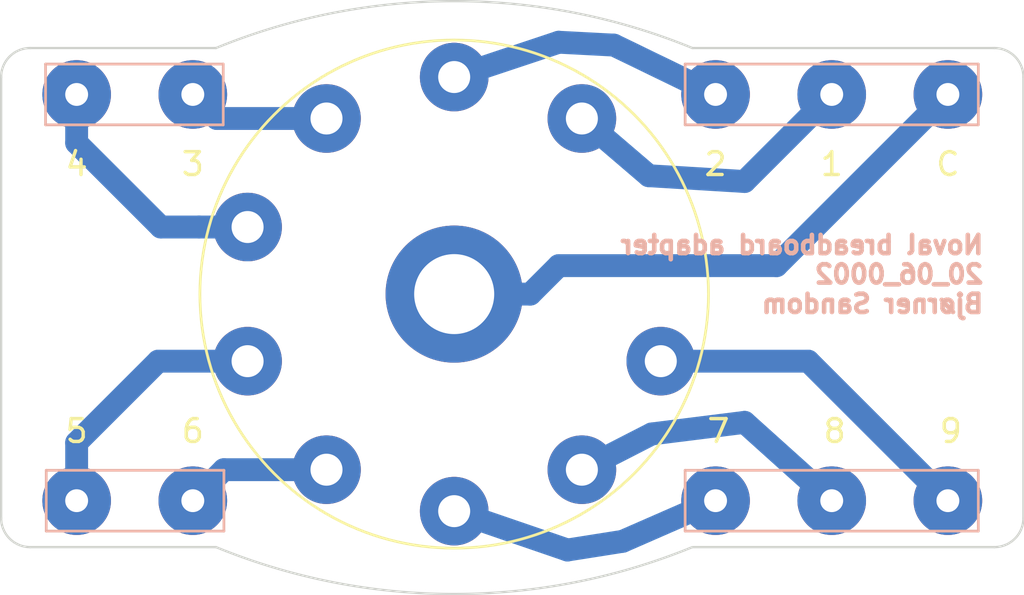
<source format=kicad_pcb>
(kicad_pcb (version 20171130) (host pcbnew "(5.1.5)-3")

  (general
    (thickness 1.6)
    (drawings 23)
    (tracks 29)
    (zones 0)
    (modules 5)
    (nets 11)
  )

  (page A4)
  (layers
    (0 F.Cu signal)
    (31 B.Cu signal)
    (32 B.Adhes user)
    (33 F.Adhes user)
    (34 B.Paste user)
    (35 F.Paste user)
    (36 B.SilkS user)
    (37 F.SilkS user)
    (38 B.Mask user)
    (39 F.Mask user)
    (40 Dwgs.User user)
    (41 Cmts.User user)
    (42 Eco1.User user)
    (43 Eco2.User user)
    (44 Edge.Cuts user)
    (45 Margin user)
    (46 B.CrtYd user)
    (47 F.CrtYd user)
    (48 B.Fab user)
    (49 F.Fab user)
  )

  (setup
    (last_trace_width 0.25)
    (trace_clearance 0.2)
    (zone_clearance 0.508)
    (zone_45_only no)
    (trace_min 0.2)
    (via_size 0.8)
    (via_drill 0.4)
    (via_min_size 0.4)
    (via_min_drill 0.3)
    (uvia_size 0.3)
    (uvia_drill 0.1)
    (uvias_allowed no)
    (uvia_min_size 0.2)
    (uvia_min_drill 0.1)
    (edge_width 0.1)
    (segment_width 0.2)
    (pcb_text_width 0.3)
    (pcb_text_size 1.5 1.5)
    (mod_edge_width 0.15)
    (mod_text_size 1 1)
    (mod_text_width 0.15)
    (pad_size 6 6)
    (pad_drill 3.5)
    (pad_to_mask_clearance 0)
    (aux_axis_origin 0 0)
    (visible_elements 7FFFFFFF)
    (pcbplotparams
      (layerselection 0x010fc_ffffffff)
      (usegerberextensions false)
      (usegerberattributes false)
      (usegerberadvancedattributes false)
      (creategerberjobfile false)
      (excludeedgelayer true)
      (linewidth 0.100000)
      (plotframeref false)
      (viasonmask false)
      (mode 1)
      (useauxorigin false)
      (hpglpennumber 1)
      (hpglpenspeed 20)
      (hpglpendiameter 15.000000)
      (psnegative false)
      (psa4output false)
      (plotreference true)
      (plotvalue true)
      (plotinvisibletext false)
      (padsonsilk false)
      (subtractmaskfromsilk false)
      (outputformat 1)
      (mirror false)
      (drillshape 1)
      (scaleselection 1)
      (outputdirectory ""))
  )

  (net 0 "")
  (net 1 "Net-(J1-Pad3)")
  (net 2 "Net-(J1-Pad2)")
  (net 3 "Net-(J1-Pad1)")
  (net 4 "Net-(J2-Pad2)")
  (net 5 "Net-(J2-Pad1)")
  (net 6 "Net-(J3-Pad1)")
  (net 7 "Net-(J3-Pad2)")
  (net 8 "Net-(J4-Pad1)")
  (net 9 "Net-(J4-Pad2)")
  (net 10 "Net-(J4-Pad3)")

  (net_class Default "This is the default net class."
    (clearance 0.2)
    (trace_width 0.25)
    (via_dia 0.8)
    (via_drill 0.4)
    (uvia_dia 0.3)
    (uvia_drill 0.1)
    (add_net "Net-(J1-Pad1)")
    (add_net "Net-(J1-Pad2)")
    (add_net "Net-(J1-Pad3)")
    (add_net "Net-(J2-Pad1)")
    (add_net "Net-(J2-Pad2)")
    (add_net "Net-(J3-Pad1)")
    (add_net "Net-(J3-Pad2)")
    (add_net "Net-(J4-Pad1)")
    (add_net "Net-(J4-Pad2)")
    (add_net "Net-(J4-Pad3)")
  )

  (module myDevices:PinHeader_1x03_P5.08mm_Vertical (layer B.Cu) (tedit 5E39C537) (tstamp 5E39D93D)
    (at 177.546 131.826 90)
    (path /5E39DBFE)
    (fp_text reference J1 (at 0 2.33 270) (layer B.SilkS) hide
      (effects (font (size 1 1) (thickness 0.15)) (justify mirror))
    )
    (fp_text value Conn_01x03_Male (at 0 -12.49 270) (layer B.Fab) hide
      (effects (font (size 1 1) (thickness 0.15)) (justify mirror))
    )
    (fp_line (start -1.26 1.27) (end 1.27 1.27) (layer B.Fab) (width 0.1))
    (fp_line (start 1.27 1.27) (end 1.27 -11.43) (layer B.Fab) (width 0.1))
    (fp_line (start 1.27 -11.43) (end -1.27 -11.43) (layer B.Fab) (width 0.1))
    (fp_line (start -1.27 -11.43) (end -1.26 1.26) (layer B.Fab) (width 0.1))
    (fp_line (start -1.27 0.635) (end -0.635 1.27) (layer B.Fab) (width 0.1))
    (fp_line (start -1.33 -11.49) (end 1.33 -11.49) (layer B.SilkS) (width 0.12))
    (fp_line (start -1.33 1.33) (end -1.33 -11.49) (layer B.SilkS) (width 0.12))
    (fp_line (start 1.33 1.33) (end 1.33 -11.49) (layer B.SilkS) (width 0.12))
    (fp_line (start -1.33 1.33) (end 1.33 1.33) (layer B.SilkS) (width 0.12))
    (fp_line (start -1.8 1.8) (end -1.8 -11.95) (layer B.CrtYd) (width 0.05))
    (fp_line (start -1.8 -11.95) (end 1.8 -11.95) (layer B.CrtYd) (width 0.05))
    (fp_line (start 1.8 -11.95) (end 1.8 1.8) (layer B.CrtYd) (width 0.05))
    (fp_line (start 1.8 1.8) (end -1.8 1.8) (layer B.CrtYd) (width 0.05))
    (fp_text user %R (at 0 -5.08) (layer B.Fab)
      (effects (font (size 1 1) (thickness 0.15)) (justify mirror))
    )
    (pad 1 thru_hole circle (at 0 0 90) (size 3 3) (drill 1) (layers *.Cu *.Mask)
      (net 3 "Net-(J1-Pad1)"))
    (pad 2 thru_hole circle (at 0 -5.08 90) (size 3 3) (drill 1) (layers *.Cu *.Mask)
      (net 2 "Net-(J1-Pad2)"))
    (pad 3 thru_hole circle (at 0 -10.16 90) (size 3 3) (drill 1) (layers *.Cu *.Mask)
      (net 1 "Net-(J1-Pad3)"))
    (model ${KISYS3DMOD}/Connector_PinHeader_2.54mm.3dshapes/PinHeader_1x05_P2.54mm_Vertical.wrl
      (at (xyz 0 0 0))
      (scale (xyz 1 1 1))
      (rotate (xyz 0 0 0))
    )
  )

  (module myDevices:PinHeader_1x02_P5.08mm_Vertical (layer B.Cu) (tedit 5E39C4C9) (tstamp 5E39C757)
    (at 144.526 131.826 90)
    (path /5E39CAFC)
    (fp_text reference J2 (at 0 2.33 270) (layer B.SilkS) hide
      (effects (font (size 1 1) (thickness 0.15)) (justify mirror))
    )
    (fp_text value Conn_01x02_Male (at 0 -7.41 270) (layer B.Fab) hide
      (effects (font (size 1 1) (thickness 0.15)) (justify mirror))
    )
    (fp_text user %R (at 0 -2.54) (layer B.Fab) hide
      (effects (font (size 1 1) (thickness 0.15)) (justify mirror))
    )
    (fp_line (start 1.8 1.8) (end -1.8 1.8) (layer B.CrtYd) (width 0.05))
    (fp_line (start 1.8 -6.85) (end 1.8 1.8) (layer B.CrtYd) (width 0.05))
    (fp_line (start -1.8 -6.85) (end 1.8 -6.85) (layer B.CrtYd) (width 0.05))
    (fp_line (start -1.8 1.8) (end -1.8 -6.85) (layer B.CrtYd) (width 0.05))
    (fp_line (start -1.33 1.36) (end 1.33 1.36) (layer B.SilkS) (width 0.12))
    (fp_line (start 1.33 1.36) (end 1.33 -6.41) (layer B.SilkS) (width 0.12))
    (fp_line (start -1.33 1.36) (end -1.33 -6.41) (layer B.SilkS) (width 0.12))
    (fp_line (start -1.33 -6.41) (end 1.33 -6.41) (layer B.SilkS) (width 0.12))
    (fp_line (start -1.27 0.635) (end -0.635 1.27) (layer B.Fab) (width 0.1))
    (fp_line (start -1.27 -6.35) (end -1.27 1.3) (layer B.Fab) (width 0.1))
    (fp_line (start 1.27 -6.35) (end -1.27 -6.35) (layer B.Fab) (width 0.1))
    (fp_line (start 1.24 1.3) (end 1.27 -6.35) (layer B.Fab) (width 0.1))
    (fp_line (start -1.27 1.3) (end 1.24 1.3) (layer B.Fab) (width 0.1))
    (pad 2 thru_hole circle (at 0 -5.08 90) (size 3 3) (drill 1) (layers *.Cu *.Mask)
      (net 4 "Net-(J2-Pad2)"))
    (pad 1 thru_hole circle (at 0 0 90) (size 3 3) (drill 1) (layers *.Cu *.Mask)
      (net 5 "Net-(J2-Pad1)"))
    (model ${KISYS3DMOD}/Connector_PinHeader_2.54mm.3dshapes/PinHeader_1x03_P2.54mm_Vertical.wrl
      (at (xyz 0 0 0))
      (scale (xyz 1 1 1))
      (rotate (xyz 0 0 0))
    )
  )

  (module myDevices:PinHeader_1x02_P5.08mm_Vertical (layer B.Cu) (tedit 5E39C4C9) (tstamp 5E39C357)
    (at 139.446 114.046 270)
    (path /5E39C2B9)
    (fp_text reference J3 (at 0 2.33 270) (layer B.SilkS) hide
      (effects (font (size 1 1) (thickness 0.15)) (justify mirror))
    )
    (fp_text value Conn_01x02_Male (at 0 -7.41 270) (layer B.Fab) hide
      (effects (font (size 1 1) (thickness 0.15)) (justify mirror))
    )
    (fp_text user %R (at 0 -2.54) (layer B.Fab) hide
      (effects (font (size 1 1) (thickness 0.15)) (justify mirror))
    )
    (fp_line (start 1.8 1.8) (end -1.8 1.8) (layer B.CrtYd) (width 0.05))
    (fp_line (start 1.8 -6.85) (end 1.8 1.8) (layer B.CrtYd) (width 0.05))
    (fp_line (start -1.8 -6.85) (end 1.8 -6.85) (layer B.CrtYd) (width 0.05))
    (fp_line (start -1.8 1.8) (end -1.8 -6.85) (layer B.CrtYd) (width 0.05))
    (fp_line (start -1.33 1.36) (end 1.33 1.36) (layer B.SilkS) (width 0.12))
    (fp_line (start 1.33 1.36) (end 1.33 -6.41) (layer B.SilkS) (width 0.12))
    (fp_line (start -1.33 1.36) (end -1.33 -6.41) (layer B.SilkS) (width 0.12))
    (fp_line (start -1.33 -6.41) (end 1.33 -6.41) (layer B.SilkS) (width 0.12))
    (fp_line (start -1.27 0.635) (end -0.635 1.27) (layer B.Fab) (width 0.1))
    (fp_line (start -1.27 -6.35) (end -1.27 1.3) (layer B.Fab) (width 0.1))
    (fp_line (start 1.27 -6.35) (end -1.27 -6.35) (layer B.Fab) (width 0.1))
    (fp_line (start 1.24 1.3) (end 1.27 -6.35) (layer B.Fab) (width 0.1))
    (fp_line (start -1.27 1.3) (end 1.24 1.3) (layer B.Fab) (width 0.1))
    (pad 2 thru_hole circle (at 0 -5.08 270) (size 3 3) (drill 1) (layers *.Cu *.Mask)
      (net 7 "Net-(J3-Pad2)"))
    (pad 1 thru_hole circle (at 0 0 270) (size 3 3) (drill 1) (layers *.Cu *.Mask)
      (net 6 "Net-(J3-Pad1)"))
    (model ${KISYS3DMOD}/Connector_PinHeader_2.54mm.3dshapes/PinHeader_1x03_P2.54mm_Vertical.wrl
      (at (xyz 0 0 0))
      (scale (xyz 1 1 1))
      (rotate (xyz 0 0 0))
    )
  )

  (module myDevices:PinHeader_1x03_P5.08mm_Vertical (layer B.Cu) (tedit 5E39C537) (tstamp 5E39DFA9)
    (at 167.386 114.046 270)
    (path /5E39D3D9)
    (fp_text reference J4 (at 0 2.33 270) (layer B.SilkS) hide
      (effects (font (size 1 1) (thickness 0.15)) (justify mirror))
    )
    (fp_text value Conn_01x03_Male (at 0 -12.49 270) (layer B.Fab) hide
      (effects (font (size 1 1) (thickness 0.15)) (justify mirror))
    )
    (fp_line (start -1.26 1.27) (end 1.27 1.27) (layer B.Fab) (width 0.1))
    (fp_line (start 1.27 1.27) (end 1.27 -11.43) (layer B.Fab) (width 0.1))
    (fp_line (start 1.27 -11.43) (end -1.27 -11.43) (layer B.Fab) (width 0.1))
    (fp_line (start -1.27 -11.43) (end -1.26 1.26) (layer B.Fab) (width 0.1))
    (fp_line (start -1.27 0.635) (end -0.635 1.27) (layer B.Fab) (width 0.1))
    (fp_line (start -1.33 -11.49) (end 1.33 -11.49) (layer B.SilkS) (width 0.12))
    (fp_line (start -1.33 1.33) (end -1.33 -11.49) (layer B.SilkS) (width 0.12))
    (fp_line (start 1.33 1.33) (end 1.33 -11.49) (layer B.SilkS) (width 0.12))
    (fp_line (start -1.33 1.33) (end 1.33 1.33) (layer B.SilkS) (width 0.12))
    (fp_line (start -1.8 1.8) (end -1.8 -11.95) (layer B.CrtYd) (width 0.05))
    (fp_line (start -1.8 -11.95) (end 1.8 -11.95) (layer B.CrtYd) (width 0.05))
    (fp_line (start 1.8 -11.95) (end 1.8 1.8) (layer B.CrtYd) (width 0.05))
    (fp_line (start 1.8 1.8) (end -1.8 1.8) (layer B.CrtYd) (width 0.05))
    (fp_text user %R (at 0 -5.08) (layer B.Fab)
      (effects (font (size 1 1) (thickness 0.15)) (justify mirror))
    )
    (pad 1 thru_hole circle (at 0 0 270) (size 3 3) (drill 1) (layers *.Cu *.Mask)
      (net 8 "Net-(J4-Pad1)"))
    (pad 2 thru_hole circle (at 0 -5.08 270) (size 3 3) (drill 1) (layers *.Cu *.Mask)
      (net 9 "Net-(J4-Pad2)"))
    (pad 3 thru_hole circle (at 0 -10.16 270) (size 3 3) (drill 1) (layers *.Cu *.Mask)
      (net 10 "Net-(J4-Pad3)"))
    (model ${KISYS3DMOD}/Connector_PinHeader_2.54mm.3dshapes/PinHeader_1x05_P2.54mm_Vertical.wrl
      (at (xyz 0 0 0))
      (scale (xyz 1 1 1))
      (rotate (xyz 0 0 0))
    )
  )

  (module myDevices:Socket_Noval_04 (layer F.Cu) (tedit 5E39D494) (tstamp 5E39D043)
    (at 155.956 122.784)
    (path /5E253B50)
    (fp_text reference V1 (at 0 -12.045) (layer F.SilkS) hide
      (effects (font (size 1 1) (thickness 0.15)))
    )
    (fp_text value Noval_Socket_02 (at 0 12.045) (layer F.Fab)
      (effects (font (size 1 1) (thickness 0.15)))
    )
    (fp_circle (center 0 0) (end 0 11.37) (layer F.CrtYd) (width 0.05))
    (fp_circle (center 0 0) (end 0 11.12) (layer F.SilkS) (width 0.12))
    (fp_circle (center 0 0) (end 0 11) (layer F.Fab) (width 0.1))
    (pad 10 thru_hole circle (at 0 0) (size 6 6) (drill 3.5) (layers *.Cu *.Mask)
      (net 10 "Net-(J4-Pad3)"))
    (pad 3 thru_hole oval (at -5.583959 -7.685661) (size 3 3) (drill 1.4) (layers *.Cu *.Mask)
      (net 7 "Net-(J3-Pad2)"))
    (pad 4 thru_hole oval (at -9.035036 -2.935661) (size 3 3) (drill 1.4) (layers *.Cu *.Mask)
      (net 6 "Net-(J3-Pad1)"))
    (pad 5 thru_hole oval (at -9.035036 2.935661) (size 3 3) (drill 1.4) (layers *.Cu *.Mask)
      (net 4 "Net-(J2-Pad2)"))
    (pad 6 thru_hole oval (at -5.583959 7.685661) (size 3 3) (drill 1.4) (layers *.Cu *.Mask)
      (net 5 "Net-(J2-Pad1)"))
    (pad 7 thru_hole oval (at 0 9.5) (size 3 3) (drill 1.4) (layers *.Cu *.Mask)
      (net 1 "Net-(J1-Pad3)"))
    (pad 8 thru_hole oval (at 5.583959 7.685661) (size 3 3) (drill 1.4) (layers *.Cu *.Mask)
      (net 2 "Net-(J1-Pad2)"))
    (pad 9 thru_hole oval (at 9.035036 2.935661) (size 3 3) (drill 1.4) (layers *.Cu *.Mask)
      (net 3 "Net-(J1-Pad1)"))
    (pad 1 thru_hole oval (at 5.583959 -7.685661) (size 3 3) (drill 1.4) (layers *.Cu *.Mask)
      (net 9 "Net-(J4-Pad2)"))
    (pad 2 thru_hole oval (at 0 -9.5) (size 3 3) (drill 1.4) (layers *.Cu *.Mask)
      (net 8 "Net-(J4-Pad1)"))
  )

  (gr_arc (start 137.414 113.284) (end 137.414 112.014) (angle -90) (layer Edge.Cuts) (width 0.1) (tstamp 5E39DB97))
  (gr_arc (start 137.414 132.588) (end 136.144 132.588) (angle -90) (layer Edge.Cuts) (width 0.1) (tstamp 5E39DB97))
  (gr_arc (start 179.578 113.284) (end 180.848 113.284) (angle -90) (layer Edge.Cuts) (width 0.1) (tstamp 5E39DB97))
  (gr_arc (start 179.578 132.588) (end 179.578 133.858) (angle -90) (layer Edge.Cuts) (width 0.1))
  (gr_text 3 (at 144.526 117.094) (layer F.SilkS) (tstamp 5E39D0E0)
    (effects (font (size 1 1) (thickness 0.15)))
  )
  (gr_text 4 (at 139.446 117.094) (layer F.SilkS) (tstamp 5E39D133)
    (effects (font (size 1 1) (thickness 0.15)))
  )
  (gr_text 5 (at 139.446 128.778) (layer F.SilkS) (tstamp 5E39D133)
    (effects (font (size 1 1) (thickness 0.15)))
  )
  (gr_text 6 (at 144.526 128.778) (layer F.SilkS) (tstamp 5E39D133)
    (effects (font (size 1 1) (thickness 0.15)))
  )
  (gr_text 7 (at 167.513 128.778) (layer F.SilkS) (tstamp 5E39D133)
    (effects (font (size 1 1) (thickness 0.15)))
  )
  (gr_text 8 (at 172.593 128.778) (layer F.SilkS) (tstamp 5E39D196)
    (effects (font (size 1 1) (thickness 0.15)))
  )
  (gr_text 9 (at 177.673 128.778) (layer F.SilkS) (tstamp 5E39D133)
    (effects (font (size 1 1) (thickness 0.15)))
  )
  (gr_text 2 (at 167.386 117.094) (layer F.SilkS) (tstamp 5E39D133)
    (effects (font (size 1 1) (thickness 0.15)))
  )
  (gr_text 1 (at 172.466 117.094) (layer F.SilkS) (tstamp 5E39D133)
    (effects (font (size 1 1) (thickness 0.15)))
  )
  (gr_text C (at 177.546 117.094) (layer F.SilkS)
    (effects (font (size 1 1) (thickness 0.15)))
  )
  (gr_arc (start 155.956 137.414) (end 166.37 112.014) (angle -44.58725832) (layer Edge.Cuts) (width 0.1) (tstamp 5E39CFB8))
  (gr_arc (start 155.956 108.458) (end 145.542 133.858) (angle -44.58725832) (layer Edge.Cuts) (width 0.1))
  (gr_line (start 137.414 112.014) (end 145.542 112.014) (layer Edge.Cuts) (width 0.1))
  (gr_line (start 136.144 132.588) (end 136.144 113.284) (layer Edge.Cuts) (width 0.1))
  (gr_line (start 137.414 133.858) (end 145.542 133.858) (layer Edge.Cuts) (width 0.1))
  (gr_line (start 179.578 112.014) (end 166.37 112.014) (layer Edge.Cuts) (width 0.1))
  (gr_line (start 180.848 132.588) (end 180.848 113.284) (layer Edge.Cuts) (width 0.1))
  (gr_line (start 179.578 133.858) (end 166.37 133.858) (layer Edge.Cuts) (width 0.1))
  (gr_text "Noval breadboard adapter\n20_06_0002\nBjørner Sandom" (at 179.197 121.92) (layer B.SilkS)
    (effects (font (size 0.8 0.8) (thickness 0.2)) (justify left mirror))
  )

  (segment (start 160.909 133.985) (end 155.956 132.284) (width 1) (layer B.Cu) (net 1))
  (segment (start 167.386 131.826) (end 163.322 133.604) (width 1) (layer B.Cu) (net 1))
  (segment (start 163.322 133.604) (end 160.909 133.985) (width 1) (layer B.Cu) (net 1))
  (segment (start 164.592 128.905) (end 161.539959 130.469661) (width 1) (layer B.Cu) (net 2))
  (segment (start 172.466 131.826) (end 168.656 128.397) (width 1) (layer B.Cu) (net 2))
  (segment (start 168.656 128.397) (end 164.592 128.905) (width 1) (layer B.Cu) (net 2))
  (segment (start 171.439661 125.719661) (end 164.991036 125.719661) (width 1) (layer B.Cu) (net 3))
  (segment (start 177.546 131.826) (end 171.439661 125.719661) (width 1) (layer B.Cu) (net 3))
  (segment (start 146.920964 125.719661) (end 143.012339 125.719661) (width 1) (layer B.Cu) (net 4))
  (segment (start 139.446 129.286) (end 139.446 131.826) (width 1) (layer B.Cu) (net 4))
  (segment (start 143.012339 125.719661) (end 139.446 129.286) (width 1) (layer B.Cu) (net 4))
  (segment (start 145.882339 130.469661) (end 144.526 131.826) (width 1) (layer B.Cu) (net 5))
  (segment (start 150.372041 130.469661) (end 145.882339 130.469661) (width 1) (layer B.Cu) (net 5))
  (segment (start 139.446 116.16732) (end 143.127019 119.848339) (width 1) (layer B.Cu) (net 6))
  (segment (start 144.799644 119.848339) (end 146.920964 119.848339) (width 1) (layer B.Cu) (net 6))
  (segment (start 143.127019 119.848339) (end 144.799644 119.848339) (width 1) (layer B.Cu) (net 6))
  (segment (start 139.446 114.046) (end 139.446 116.16732) (width 1) (layer B.Cu) (net 6))
  (segment (start 145.578339 115.098339) (end 144.526 114.046) (width 1) (layer B.Cu) (net 7))
  (segment (start 150.372041 115.098339) (end 145.578339 115.098339) (width 1) (layer B.Cu) (net 7))
  (segment (start 160.528 111.76) (end 155.956 113.284) (width 1) (layer B.Cu) (net 8))
  (segment (start 167.386 114.046) (end 162.941 111.887) (width 1) (layer B.Cu) (net 8))
  (segment (start 162.941 111.887) (end 160.528 111.76) (width 1) (layer B.Cu) (net 8))
  (segment (start 164.465 117.602) (end 161.539959 115.098339) (width 1) (layer B.Cu) (net 9))
  (segment (start 172.466 114.046) (end 168.656 117.856) (width 1) (layer B.Cu) (net 9))
  (segment (start 168.656 117.856) (end 164.465 117.602) (width 1) (layer B.Cu) (net 9))
  (segment (start 155.956 122.784) (end 159.283 122.784) (width 1) (layer B.Cu) (net 10))
  (segment (start 159.283 122.784) (end 160.528 121.539) (width 1) (layer B.Cu) (net 10))
  (segment (start 170.053 121.539) (end 177.546 114.046) (width 1) (layer B.Cu) (net 10))
  (segment (start 160.528 121.539) (end 170.053 121.539) (width 1) (layer B.Cu) (net 10))

)

</source>
